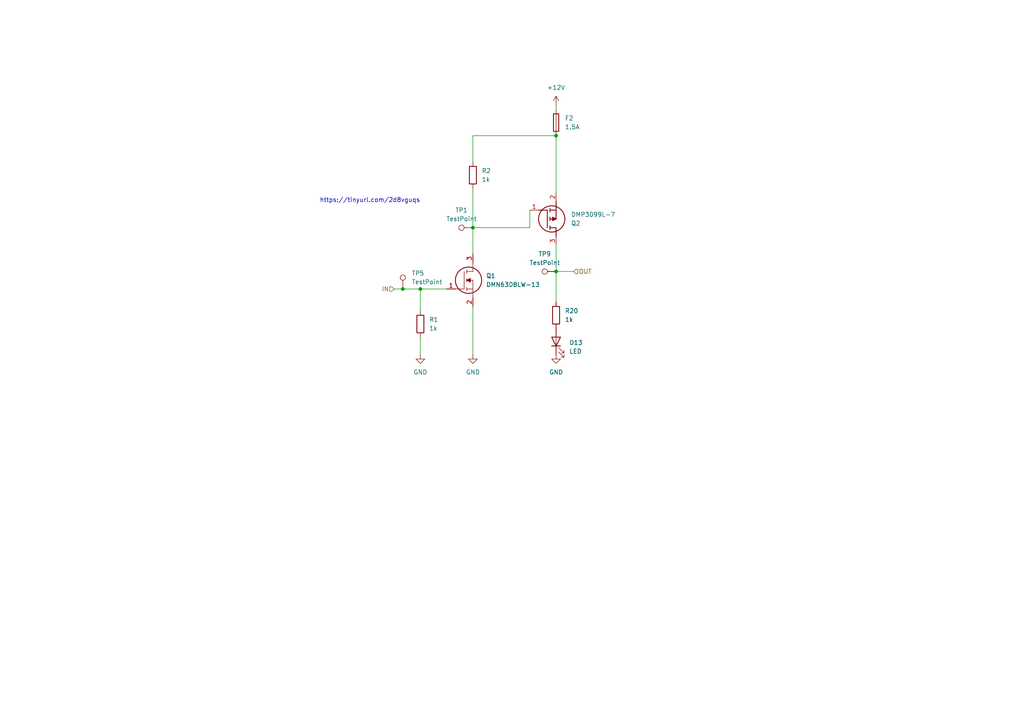
<source format=kicad_sch>
(kicad_sch (version 20230121) (generator eeschema)
  (paper "A4")
  (lib_symbols
    (symbol "Connector:TestPoint" (pin_numbers hide) (pin_names (offset 0.762) hide)
      (property "Reference" "TP" (at 0 6.858 0))
      (property "Value" "TestPoint" (at 0 5.08 0))
      (symbol "TestPoint_0_1"
        (circle (center 0 3.302) (radius 0.762))
      )
      (symbol "TestPoint_1_1"
        (pin passive line (at 0 0 90) (length 2.54) (name "1") (number "1"))
      )
    )
    (symbol "DMN63D8LW-13:DMN63D8LW-13" (pin_names (offset 0.762))
      (property "Reference" "Q" (at 11.43 3.81 0))
      (property "Value" "DMN63D8LW-13" (at 11.43 1.27 0))
      (symbol "DMN63D8LW-13_0_0"
        (pin passive line (at 0 0 0) (length 2.54) (name "~") (number "1"))
        (pin passive line (at 7.62 -5.08 90) (length 2.54) (name "~") (number "2"))
        (pin passive line (at 7.62 10.16 270) (length 2.54) (name "~") (number "3"))
      )
      (symbol "DMN63D8LW-13_0_1"
        (polyline (pts (xy 5.842 -0.508) (xy 5.842 0.508)) (stroke (width 0.1524)))
        (polyline (pts (xy 5.842 0) (xy 7.62 0)) (stroke (width 0.1524)))
        (polyline (pts (xy 5.842 2.032) (xy 5.842 3.048)) (stroke (width 0.1524)))
        (polyline (pts (xy 5.842 5.588) (xy 5.842 4.572)) (stroke (width 0.1524)))
        (polyline (pts (xy 7.62 2.54) (xy 5.842 2.54)) (stroke (width 0.1524)))
        (polyline (pts (xy 7.62 2.54) (xy 7.62 -2.54)) (stroke (width 0.1524)))
        (polyline (pts (xy 7.62 5.08) (xy 5.842 5.08)) (stroke (width 0.1524)))
        (polyline (pts (xy 7.62 5.08) (xy 7.62 7.62)) (stroke (width 0.1524)))
        (polyline (pts (xy 2.54 0) (xy 5.08 0) (xy 5.08 5.08)) (stroke (width 0.1524)))
        (polyline (pts (xy 5.842 2.54) (xy 6.858 3.048) (xy 6.858 2.032) (xy 5.842 2.54)) (stroke (width 0.254)) (fill (type outline)))
        (circle (center 6.35 2.54) (radius 3.81) (stroke (width 0.254)))
      )
    )
    (symbol "DMP3099L-7:DMP3099L-7" (pin_names hide)
      (property "Reference" "Q" (at 11.43 3.81 0))
      (property "Value" "DMP3099L-7" (at 11.43 1.27 0))
      (symbol "DMP3099L-7_1_1"
        (polyline (pts (xy 2.54 0) (xy 5.08 0)) (stroke (width 0.254)))
        (polyline (pts (xy 5.08 5.08) (xy 5.08 0)) (stroke (width 0.254)))
        (polyline (pts (xy 5.842 -0.508) (xy 5.842 0.508)) (stroke (width 0.254)))
        (polyline (pts (xy 5.842 0) (xy 7.62 0)) (stroke (width 0.254)))
        (polyline (pts (xy 5.842 2.032) (xy 5.842 3.048)) (stroke (width 0.254)))
        (polyline (pts (xy 5.842 5.588) (xy 5.842 4.572)) (stroke (width 0.254)))
        (polyline (pts (xy 7.62 2.54) (xy 5.842 2.54)) (stroke (width 0.254)))
        (polyline (pts (xy 7.62 2.54) (xy 7.62 -2.54)) (stroke (width 0.254)))
        (polyline (pts (xy 7.62 5.08) (xy 5.842 5.08)) (stroke (width 0.254)))
        (polyline (pts (xy 7.62 5.08) (xy 7.62 7.62)) (stroke (width 0.254)))
        (polyline (pts (xy 7.62 2.54) (xy 6.604 3.048) (xy 6.604 2.032) (xy 7.62 2.54)) (stroke (width 0.254)) (fill (type outline)))
        (circle (center 6.35 2.54) (radius 3.81) (stroke (width 0.254)))
        (pin passive line (at 0 0 0) (length 2.54) (name "G") (number "1"))
        (pin passive line (at 7.62 -5.08 90) (length 2.54) (name "S") (number "2"))
        (pin passive line (at 7.62 10.16 270) (length 2.54) (name "D") (number "3"))
      )
    )
    (symbol "Device:Fuse" (pin_numbers hide) (pin_names (offset 0))
      (property "Reference" "F" (at 2.032 0 90))
      (property "Value" "Fuse" (at -1.905 0 90))
      (symbol "Fuse_0_1"
        (rectangle (start -0.762 -2.54) (end 0.762 2.54) (stroke (width 0.254)))
        (polyline (pts (xy 0 2.54) (xy 0 -2.54)))
      )
      (symbol "Fuse_1_1"
        (pin passive line (at 0 3.81 270) (length 1.27) (name "~") (number "1"))
        (pin passive line (at 0 -3.81 90) (length 1.27) (name "~") (number "2"))
      )
    )
    (symbol "Device:LED" (pin_numbers hide) (pin_names (offset 1.016) hide)
      (property "Reference" "D" (at 0 2.54 0))
      (property "Value" "LED" (at 0 -2.54 0))
      (symbol "LED_0_1"
        (polyline (pts (xy -1.27 -1.27) (xy -1.27 1.27)) (stroke (width 0.254)))
        (polyline (pts (xy -1.27 0) (xy 1.27 0)))
        (polyline (pts (xy 1.27 -1.27) (xy 1.27 1.27) (xy -1.27 0) (xy 1.27 -1.27)) (stroke (width 0.254)))
        (polyline (pts (xy -3.048 -0.762) (xy -4.572 -2.286) (xy -3.81 -2.286) (xy -4.572 -2.286) (xy -4.572 -1.524)))
        (polyline (pts (xy -1.778 -0.762) (xy -3.302 -2.286) (xy -2.54 -2.286) (xy -3.302 -2.286) (xy -3.302 -1.524)))
      )
      (symbol "LED_1_1"
        (pin passive line (at -3.81 0 0) (length 2.54) (name "K") (number "1"))
        (pin passive line (at 3.81 0 180) (length 2.54) (name "A") (number "2"))
      )
    )
    (symbol "Device:R" (pin_numbers hide) (pin_names (offset 0))
      (property "Reference" "R" (at 2.032 0 90))
      (property "Value" "R" (at 0 0 90))
      (symbol "R_0_1"
        (rectangle (start -1.016 -2.54) (end 1.016 2.54) (stroke (width 0.254)))
      )
      (symbol "R_1_1"
        (pin passive line (at 0 3.81 270) (length 1.27) (name "~") (number "1"))
        (pin passive line (at 0 -3.81 90) (length 1.27) (name "~") (number "2"))
      )
    )
    (symbol "power:+12V" (power) (pin_names (offset 0))
      (property "Value" "+12V" (at 0 3.556 0))
      (symbol "+12V_0_1"
        (polyline (pts (xy -0.762 1.27) (xy 0 2.54)))
        (polyline (pts (xy 0 0) (xy 0 2.54)))
        (polyline (pts (xy 0 2.54) (xy 0.762 1.27)))
      )
      (symbol "+12V_1_1"
        (pin power_in line (at 0 0 90) (length 0) hide (name "+12V") (number "1"))
      )
    )
    (symbol "power:GND" (power) (pin_names (offset 0))
      (property "Value" "GND" (at 0 -3.81 0))
      (symbol "GND_0_1"
        (polyline (pts (xy 0 0) (xy 0 -1.27) (xy 1.27 -1.27) (xy 0 -2.54) (xy -1.27 -1.27) (xy 0 -1.27)))
      )
      (symbol "GND_1_1"
        (pin power_in line (at 0 0 270) (length 0) hide (name "GND") (number "1"))
      )
    )
  )
  (junction (at 161.29 78.74))
  (junction (at 137.16 66.04))
  (junction (at 116.84 83.82))
  (junction (at 161.29 39.37))
  (junction (at 121.92 83.82))
  (wire (pts (xy 121.92 83.82) (xy 121.92 90.17)))
  (wire (pts (xy 137.16 66.04) (xy 137.16 73.66)))
  (wire (pts (xy 121.92 83.82) (xy 129.54 83.82)))
  (wire (pts (xy 161.29 30.48) (xy 161.29 31.75)))
  (wire (pts (xy 137.16 88.9) (xy 137.16 102.87)))
  (wire (pts (xy 161.29 78.74) (xy 166.37 78.74)))
  (wire (pts (xy 137.16 39.37) (xy 161.29 39.37)))
  (wire (pts (xy 161.29 78.74) (xy 161.29 87.63)))
  (wire (pts (xy 114.3 83.82) (xy 116.84 83.82)))
  (wire (pts (xy 137.16 54.61) (xy 137.16 66.04)))
  (wire (pts (xy 153.67 60.96) (xy 153.67 66.04)))
  (wire (pts (xy 137.16 66.04) (xy 153.67 66.04)))
  (wire (pts (xy 161.29 39.37) (xy 161.29 55.88)))
  (wire (pts (xy 121.92 97.79) (xy 121.92 102.87)))
  (wire (pts (xy 161.29 71.12) (xy 161.29 78.74)))
  (wire (pts (xy 137.16 46.99) (xy 137.16 39.37)))
  (wire (pts (xy 116.84 83.82) (xy 121.92 83.82)))
  (text "https://tinyurl.com/2d8vguqs" (at 92.71 58.928 0) (effects (font (size 1.27 1.27)) (justify left bottom)))
  (hierarchical_label "IN" (shape input) (at 114.3 83.82 180))
  (hierarchical_label "OUT" (shape input) (at 166.37 78.74 0))
  (symbol (lib_id "DMN63D8LW-13:DMN63D8LW-13") (at 129.54 83.82 0) (unit 1)
    (property "Reference" "Q1" (at 140.97 80.01 0) (effects (justify left)))
    (property "Value" "DMN63D8LW-13" (at 140.97 82.55 0) (effects (justify left)))
    (property "Footprint" "DMN63D8LW-13:SOT65P210X110-3N" (effects hide))
    (property "Datasheet" "https://www.diodes.com/assets/Datasheets/DMN63D8LW.pdf" (effects hide))
    (property "Description" "N-CHANNEL ENHANCEMENT MODE MOSFET." (effects hide))
    (property "Height" "1.1" (effects hide))
    (property "Manufacturer_Name" "Diodes Inc." (effects hide))
    (property "Manufacturer_Part_Number" "DMN63D8LW-13" (effects hide))
    (property "Mouser Part Number" "621-DMN63D8LW-13" (effects hide))
    (property "Mouser Price/Stock" "https://www.mouser.co.uk/ProductDetail/Diodes-Incorporated/DMN63D8LW-13?qs=nQSIdc08i%252Bc91siUJjxJqg%3D%3D" (effects hide))
    (property "Arrow Part Number" "DMN63D8LW-13" (effects hide))
    (property "Arrow Price/Stock" "https://www.arrow.com/en/products/dmn63d8lw-13/diodes-incorporated?region=nac" (effects hide))
    (instances (project "TelescopeController" (path "" (reference "Q1") (unit 1)) (path "" (reference "Q1") (unit 1)) (path "" (reference "Q3") (unit 1)) (path "" (reference "Q5") (unit 1)) (path "" (reference "Q7") (unit 1))))
  )
  (symbol (lib_id "Device:R") (at 161.29 91.44 0) (unit 1)
    (property "Reference" "R20" (at 163.83 90.17 0) (effects (justify left)))
    (property "Value" "1k" (at 163.83 92.71 0) (effects (justify left)))
    (property "Footprint" "Resistor_SMD:R_0805_2012Metric_Pad1.20x1.40mm_HandSolder" (effects hide))
    (instances (project "TelescopeController" (path "" (reference "R20") (unit 1)) (path "" (reference "R21") (unit 1)) (path "" (reference "R22") (unit 1)) (path "" (reference "R23") (unit 1)) (path "" (reference "R19") (unit 1))))
  )
  (symbol (lib_id "DMP3099L-7:DMP3099L-7") (at 153.67 60.96 0) (mirror x) (unit 1)
    (property "Reference" "Q2" (at 165.608 64.77 0) (effects (justify left)))
    (property "Value" "DMP3099L-7" (at 165.608 62.23 0) (effects (justify left)))
    (property "Footprint" "DMP3099L-7:SOT96P240X115-3N" (effects hide))
    (property "Datasheet" "https://www.diodes.com//assets/Datasheets/DMP3099L.pdf" (effects hide))
    (property "Height" "1.15" (effects hide))
    (property "Manufacturer_Name" "Diodes Incorporated" (effects hide))
    (property "Manufacturer_Part_Number" "DMP3099L-7" (effects hide))
    (property "Mouser Part Number" "621-DMP3099L-7" (effects hide))
    (property "Mouser Price/Stock" "https://www.mouser.co.uk/ProductDetail/Diodes-Incorporated/DMP3099L-7?qs=L1DZKBg7t5HhdiZT7qYxFw%3D%3D" (effects hide))
    (property "Arrow Part Number" "DMP3099L-7" (effects hide))
    (property "Arrow Price/Stock" "https://www.arrow.com/en/products/dmp3099l-7/diodes-incorporated?region=nac" (effects hide))
    (instances (project "TelescopeController" (path "" (reference "Q2") (unit 1)) (path "" (reference "Q10") (unit 1)) (path "" (reference "Q11") (unit 1)) (path "" (reference "Q12") (unit 1))))
  )
  (symbol (lib_id "Connector:TestPoint") (at 161.29 78.74 90) (unit 1)
    (property "Reference" "TP9" (at 157.988 73.66 90))
    (property "Value" "TestPoint" (at 157.988 76.2 90))
    (property "Footprint" "Connector_PinHeader_2.54mm:PinHeader_1x01_P2.54mm_Vertical" (effects hide))
    (instances (project "TelescopeController" (path "" (reference "TP9") (unit 1)) (path "" (reference "TP10") (unit 1)) (path "" (reference "TP11") (unit 1)) (path "" (reference "TP12") (unit 1))))
  )
  (symbol (lib_id "power:GND") (at 121.92 102.87 0) (unit 1)
    (property "Reference" "#PWR06" (effects hide))
    (property "Value" "GND" (at 121.92 107.95 0))
    (instances (project "TelescopeController" (path "" (reference "#PWR06") (unit 1)) (path "" (reference "#PWR07") (unit 1)) (path "" (reference "#PWR010") (unit 1)) (path "" (reference "#PWR023") (unit 1))))
  )
  (symbol (lib_id "Device:R") (at 137.16 50.8 0) (unit 1)
    (property "Reference" "R2" (at 139.7 49.53 0) (effects (justify left)))
    (property "Value" "1k" (at 139.7 52.07 0) (effects (justify left)))
    (property "Footprint" "Resistor_SMD:R_0805_2012Metric_Pad1.20x1.40mm_HandSolder" (effects hide))
    (instances (project "TelescopeController" (path "" (reference "R2") (unit 1)) (path "" (reference "R4") (unit 1)) (path "" (reference "R6") (unit 1)) (path "" (reference "R8") (unit 1))))
  )
  (symbol (lib_id "Device:LED") (at 161.29 99.06 90) (unit 1)
    (property "Reference" "D13" (at 165.1 99.3775 90) (effects (justify right)))
    (property "Value" "LED" (at 165.1 101.9175 90) (effects (justify right)))
    (property "Footprint" "LED_THT:LED_D3.0mm" (effects hide))
    (instances (project "TelescopeController" (path "" (reference "D13") (unit 1)) (path "" (reference "D12") (unit 1)) (path "" (reference "D9") (unit 1)) (path "" (reference "D8") (unit 1)) (path "" (reference "D13") (unit 1))))
  )
  (symbol (lib_id "Device:Fuse") (at 161.29 35.56 0) (unit 1)
    (property "Reference" "F2" (at 163.83 34.29 0) (effects (justify left)))
    (property "Value" "1.5A" (at 163.83 36.83 0) (effects (justify left)))
    (property "Footprint" "Fuse:Fuse_0805_2012Metric_Pad1.15x1.40mm_HandSolder" (effects hide))
    (instances (project "TelescopeController" (path "" (reference "F2") (unit 1)) (path "" (reference "F3") (unit 1)) (path "" (reference "F4") (unit 1)) (path "" (reference "F5") (unit 1))))
  )
  (symbol (lib_id "power:+12V") (at 161.29 30.48 0) (unit 1)
    (property "Reference" "#PWR04" (effects hide))
    (property "Value" "+12V" (at 161.29 25.4 0))
    (instances (project "TelescopeController" (path "" (reference "#PWR04") (unit 1)) (path "" (reference "#PWR09") (unit 1)) (path "" (reference "#PWR012") (unit 1)) (path "" (reference "#PWR025") (unit 1))))
  )
  (symbol (lib_id "Connector:TestPoint") (at 137.16 66.04 90) (unit 1)
    (property "Reference" "TP1" (at 133.858 60.96 90))
    (property "Value" "TestPoint" (at 133.858 63.5 90))
    (property "Footprint" "Connector_PinHeader_2.54mm:PinHeader_1x01_P2.54mm_Vertical" (effects hide))
    (instances (project "TelescopeController" (path "" (reference "TP1") (unit 1)) (path "" (reference "TP2") (unit 1)) (path "" (reference "TP3") (unit 1)) (path "" (reference "TP4") (unit 1))))
  )
  (symbol (lib_id "Device:R") (at 121.92 93.98 0) (unit 1)
    (property "Reference" "R1" (at 124.46 92.71 0) (effects (justify left)))
    (property "Value" "1k" (at 124.46 95.25 0) (effects (justify left)))
    (property "Footprint" "Resistor_SMD:R_0805_2012Metric_Pad1.20x1.40mm_HandSolder" (effects hide))
    (instances (project "TelescopeController" (path "" (reference "R1") (unit 1)) (path "" (reference "R3") (unit 1)) (path "" (reference "R5") (unit 1)) (path "" (reference "R7") (unit 1))))
  )
  (symbol (lib_id "power:GND") (at 161.29 102.87 0) (unit 1)
    (property "Reference" "#PWR050" (effects hide))
    (property "Value" "GND" (at 161.29 107.95 0))
    (instances (project "TelescopeController" (path "" (reference "#PWR050") (unit 1)) (path "" (reference "#PWR052") (unit 1)) (path "" (reference "#PWR054") (unit 1)) (path "" (reference "#PWR056") (unit 1)) (path "" (reference "#PWR058") (unit 1))))
  )
  (symbol (lib_id "power:GND") (at 137.16 102.87 0) (unit 1)
    (property "Reference" "#PWR05" (effects hide))
    (property "Value" "GND" (at 137.16 107.95 0))
    (instances (project "TelescopeController" (path "" (reference "#PWR05") (unit 1)) (path "" (reference "#PWR08") (unit 1)) (path "" (reference "#PWR011") (unit 1)) (path "" (reference "#PWR024") (unit 1))))
  )
  (symbol (lib_id "Connector:TestPoint") (at 116.84 83.82 0) (unit 1)
    (property "Reference" "TP5" (at 119.38 79.248 0) (effects (justify left)))
    (property "Value" "TestPoint" (at 119.38 81.788 0) (effects (justify left)))
    (property "Footprint" "Connector_PinHeader_2.54mm:PinHeader_1x01_P2.54mm_Vertical" (effects hide))
    (instances (project "TelescopeController" (path "" (reference "TP5") (unit 1)) (path "" (reference "TP6") (unit 1)) (path "" (reference "TP7") (unit 1)) (path "" (reference "TP8") (unit 1))))
  )
)
</source>
